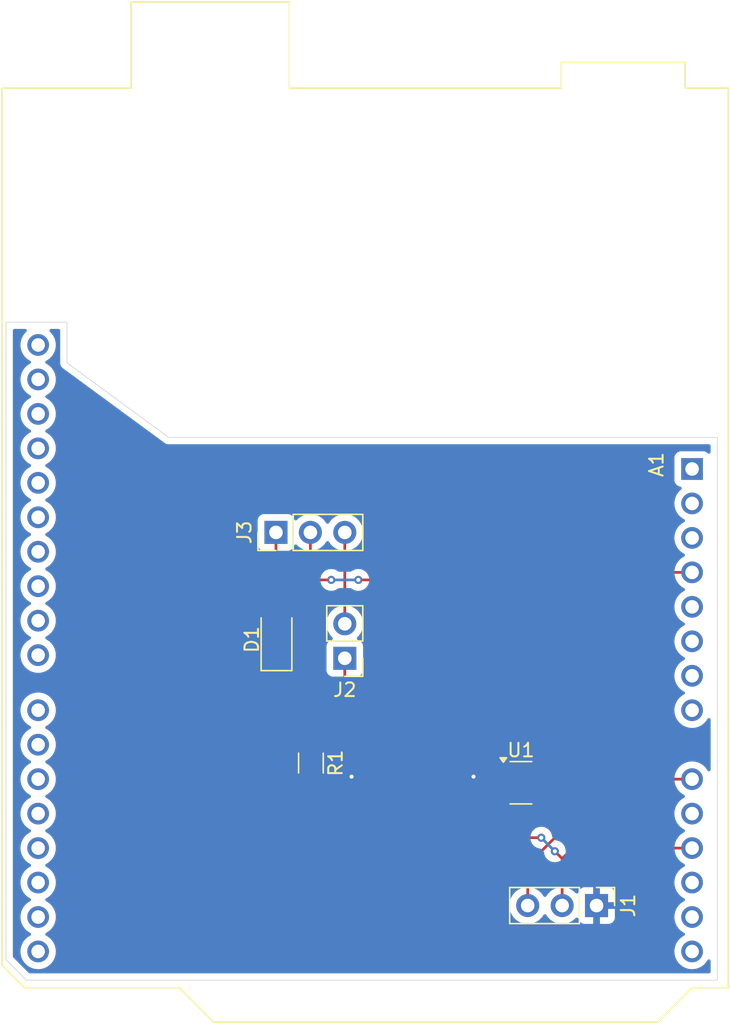
<source format=kicad_pcb>
(kicad_pcb (version 20240108) (generator "pcbnew") (generator_version "8.0")
  (layers (0 "F.Cu" signal) (31 "B.Cu" signal) (34 "B.Paste" user) (35 "F.Paste" user) (36 "B.SilkS" user "B.Silkscreen") (37 "F.SilkS" user "F.Silkscreen") (38 "B.Mask" user) (39 "F.Mask" user) (44 "Edge.Cuts" user))
  (net 0 "")
  (net 13 "GND")
  (net 19 "ADC")
  (net 21 "Net-(A1-3V3)")
  (net 30 "DAC_OUT")
  (net 31 "LED2_IN")
  (net 33 "LED_INPUT")
  (net 34 "DAC_BUF")
  (footprint "Diode_SMD:D_1206_3216Metric" (layer "F.Cu") (at 130.96 102.9 90)
    (property "Reference" "D1" (at 0 -1.82 90) (layer "F.SilkS"))
    (property "Value" "D")
    (fp_line (start 1.6 -1.135) (end -2.285 -1.135) (stroke (width 0.12)) (layer "F.SilkS"))
    (fp_line (start -2.285 -1.135) (end -2.285 1.135) (stroke (width 0.12)) (layer "F.SilkS"))
    (fp_line (start -2.285 1.135) (end 1.6 1.135) (stroke (width 0.12)) (layer "F.SilkS"))
    (pad "1" smd roundrect (at -1.4 0 90) (size 1.25 1.75) (layers "F.Cu" "F.Paste" "F.Mask") (roundrect_rratio 0.2) (net 19 "ADC"))
    (pad "2" smd roundrect (at 1.4 0 90) (size 1.25 1.75) (layers "F.Cu" "F.Paste" "F.Mask") (roundrect_rratio 0.2) (net 33 "LED_INPUT"))
  )
  (footprint "Connector_PinHeader_2.54mm:PinHeader_1x03_P2.54mm_Vertical" (layer "F.Cu") (at 130.92 95 90)
    (property "Reference" "J3" (at 0 -2.33 90) (layer "F.SilkS"))
    (property "Value" "Conn_01x03_Pin" (hide yes))
    (fp_line (start -1.33 -1.33) (end 0 -1.33) (stroke (width 0.12)) (layer "F.SilkS"))
    (fp_line (start -1.33 0) (end -1.33 -1.33) (stroke (width 0.12)) (layer "F.SilkS"))
    (fp_line (start 1.33 1.27) (end 1.33 6.41) (stroke (width 0.12)) (layer "F.SilkS"))
    (fp_line (start -1.33 1.27) (end 1.33 1.27) (stroke (width 0.12)) (layer "F.SilkS"))
    (fp_line (start -1.33 1.27) (end -1.33 6.41) (stroke (width 0.12)) (layer "F.SilkS"))
    (fp_line (start -1.33 6.41) (end 1.33 6.41) (stroke (width 0.12)) (layer "F.SilkS"))
    (pad "1" thru_hole rect (at 0 0 90) (size 1.7 1.7) (drill 1) (layers "*.Cu" "*.Mask") (net 33 "LED_INPUT"))
    (pad "2" thru_hole oval (at 0 2.54 90) (size 1.7 1.7) (drill 1) (layers "*.Cu" "*.Mask") (net 34 "DAC_BUF"))
    (pad "3" thru_hole oval (at 0 5.08 90) (size 1.7 1.7) (drill 1) (layers "*.Cu" "*.Mask") (net 31 "LED2_IN"))
  )
  (footprint "Connector_PinHeader_2.54mm:PinHeader_1x02_P2.54mm_Vertical" (layer "F.Cu") (at 136 104.275 180)
    (property "Reference" "J2" (at 0 -2.33 0) (layer "F.SilkS"))
    (property "Value" "Conn_01x02_Pin" (hide yes))
    (fp_line (start 1.33 1.27) (end 1.33 3.87) (stroke (width 0.12)) (layer "F.SilkS"))
    (fp_line (start -1.33 3.87) (end 1.33 3.87) (stroke (width 0.12)) (layer "F.SilkS"))
    (fp_line (start -1.33 1.27) (end 1.33 1.27) (stroke (width 0.12)) (layer "F.SilkS"))
    (fp_line (start -1.33 1.27) (end -1.33 3.87) (stroke (width 0.12)) (layer "F.SilkS"))
    (fp_line (start -1.33 0) (end -1.33 -1.33) (stroke (width 0.12)) (layer "F.SilkS"))
    (fp_line (start -1.33 -1.33) (end 0 -1.33) (stroke (width 0.12)) (layer "F.SilkS"))
    (pad "1" thru_hole rect (at 0 0 180) (size 1.7 1.7) (drill 1) (layers "*.Cu" "*.Mask") (net 19 "ADC"))
    (pad "2" thru_hole oval (at 0 2.54 180) (size 1.7 1.7) (drill 1) (layers "*.Cu" "*.Mask") (net 31 "LED2_IN"))
  )
  (footprint "Connector_PinHeader_2.54mm:PinHeader_1x03_P2.54mm_Vertical" (layer "F.Cu") (at 154.58 122.5 -90)
    (property "Reference" "J1" (at 0 -2.33 90) (layer "F.SilkS"))
    (property "Value" "Conn_01x03_Pin" (hide yes))
    (fp_line (start -1.33 6.41) (end 1.33 6.41) (stroke (width 0.12)) (layer "F.SilkS"))
    (fp_line (start -1.33 1.27) (end -1.33 6.41) (stroke (width 0.12)) (layer "F.SilkS"))
    (fp_line (start -1.33 1.27) (end 1.33 1.27) (stroke (width 0.12)) (layer "F.SilkS"))
    (fp_line (start 1.33 1.27) (end 1.33 6.41) (stroke (width 0.12)) (layer "F.SilkS"))
    (fp_line (start -1.33 0) (end -1.33 -1.33) (stroke (width 0.12)) (layer "F.SilkS"))
    (fp_line (start -1.33 -1.33) (end 0 -1.33) (stroke (width 0.12)) (layer "F.SilkS"))
    (pad "1" thru_hole rect (at 0 0 270) (size 1.7 1.7) (drill 1) (layers "*.Cu" "*.Mask") (net 13 "GND"))
    (pad "2" thru_hole oval (at 0 2.54 270) (size 1.7 1.7) (drill 1) (layers "*.Cu" "*.Mask") (net 30 "DAC_OUT"))
    (pad "3" thru_hole oval (at 0 5.08 270) (size 1.7 1.7) (drill 1) (layers "*.Cu" "*.Mask") (net 19 "ADC"))
  )
  (footprint "Resistor_SMD:R_1206_3216Metric" (layer "F.Cu") (at 133.5 112 -90)
    (property "Reference" "R1" (at 0 -1.82 90) (layer "F.SilkS"))
    (property "Value" "330")
    (fp_line (start -0.727064 0.91) (end 0.727064 0.91) (stroke (width 0.12)) (layer "F.SilkS"))
    (fp_line (start -0.727064 -0.91) (end 0.727064 -0.91) (stroke (width 0.12)) (layer "F.SilkS"))
    (pad "1" smd roundrect (at -1.4625 0 270) (size 1.125 1.75) (layers "F.Cu" "F.Paste" "F.Mask") (roundrect_rratio 0.222222) (net 19 "ADC"))
    (pad "2" smd roundrect (at 1.4625 0 270) (size 1.125 1.75) (layers "F.Cu" "F.Paste" "F.Mask") (roundrect_rratio 0.222222) (net 13 "GND"))
  )
  (footprint "Package_TO_SOT_SMD:SOT-23-5" (layer "F.Cu") (at 149 113.45)
    (property "Reference" "U1" (at 0 -2.4 0) (layer "F.SilkS"))
    (property "Value" "LMH6609MF")
    (fp_line (start 0 -1.56) (end -0.8 -1.56) (stroke (width 0.12)) (layer "F.SilkS"))
    (fp_line (start 0 -1.56) (end 0.8 -1.56) (stroke (width 0.12)) (layer "F.SilkS"))
    (fp_line (start 0 1.56) (end -0.8 1.56) (stroke (width 0.12)) (layer "F.SilkS"))
    (fp_line (start 0 1.56) (end 0.8 1.56) (stroke (width 0.12)) (layer "F.SilkS"))
    (fp_poly (pts (xy -1.3 -1.51) (xy -1.54 -1.84) (xy -1.06 -1.84) (xy -1.3 -1.51)) (stroke (width 0.12)) (fill solid) (layer "F.SilkS"))
    (pad "1" smd roundrect (at -1.1375 -0.95) (size 1.325 0.6) (layers "F.Cu" "F.Paste" "F.Mask") (net 34 "DAC_BUF"))
    (pad "2" smd roundrect (at -1.1375 0) (size 1.325 0.6) (layers "F.Cu" "F.Paste" "F.Mask") (net 13 "GND"))
    (pad "3" smd roundrect (at -1.1375 0.95) (size 1.325 0.6) (layers "F.Cu" "F.Paste" "F.Mask") (net 30 "DAC_OUT"))
    (pad "4" smd roundrect (at 1.1375 0.95) (size 1.325 0.6) (layers "F.Cu" "F.Paste" "F.Mask") (net 34 "DAC_BUF"))
    (pad "5" smd roundrect (at 1.1375 -0.95) (size 1.325 0.6) (layers "F.Cu" "F.Paste" "F.Mask") (net 21 "Net-(A1-3V3)"))
  )
  (footprint "Module:Arduino_UNO_R3" (layer "F.Cu") (at 161.63 90.325 -90)
    (property "Reference" "A1" (at -0.325 2.63 90) (layer "F.SilkS"))
    (property "Value" "Arduino_Leonardo")
    (fp_line (start -28.07 50.93) (end 36.58 50.93) (stroke (width 0.12)) (layer "F.SilkS"))
    (fp_line (start 36.58 50.93) (end 38.23 49.28) (stroke (width 0.12)) (layer "F.SilkS"))
    (fp_line (start 38.23 49.28) (end 38.23 37.85) (stroke (width 0.12)) (layer "F.SilkS"))
    (fp_line (start -34.42 41.4) (end -28.07 41.4) (stroke (width 0.12)) (layer "F.SilkS"))
    (fp_line (start -28.07 41.4) (end -28.07 50.93) (stroke (width 0.12)) (layer "F.SilkS"))
    (fp_line (start 38.23 37.85) (end 40.77 35.31) (stroke (width 0.12)) (layer "F.SilkS"))
    (fp_line (start 40.77 35.31) (end 40.77 2.54) (stroke (width 0.12)) (layer "F.SilkS"))
    (fp_line (start -34.42 29.72) (end -34.42 41.4) (stroke (width 0.12)) (layer "F.SilkS"))
    (fp_line (start -28.07 29.72) (end -34.42 29.72) (stroke (width 0.12)) (layer "F.SilkS"))
    (fp_line (start -29.97 9.65) (end -28.07 9.65) (stroke (width 0.12)) (layer "F.SilkS"))
    (fp_line (start -28.07 9.65) (end -28.07 29.72) (stroke (width 0.12)) (layer "F.SilkS"))
    (fp_line (start 40.77 2.54) (end 38.23 0) (stroke (width 0.12)) (layer "F.SilkS"))
    (fp_line (start -29.97 0.51) (end -29.97 9.65) (stroke (width 0.12)) (layer "F.SilkS"))
    (fp_line (start -28.07 0.51) (end -29.97 0.51) (stroke (width 0.12)) (layer "F.SilkS"))
    (fp_line (start 38.23 0) (end 38.23 -2.67) (stroke (width 0.12)) (layer "F.SilkS"))
    (fp_line (start -28.07 -2.67) (end -28.07 0.51) (stroke (width 0.12)) (layer "F.SilkS"))
    (fp_line (start 38.23 -2.67) (end -28.07 -2.67) (stroke (width 0.12)) (layer "F.SilkS"))
    (pad "1" thru_hole rect (at 0 0) (size 1.6 1.6) (drill 1) (layers "*.Cu" "*.Mask"))
    (pad "2" thru_hole oval (at 2.54 0) (size 1.6 1.6) (drill 1) (layers "*.Cu" "*.Mask"))
    (pad "3" thru_hole oval (at 5.08 0) (size 1.6 1.6) (drill 1) (layers "*.Cu" "*.Mask"))
    (pad "4" thru_hole oval (at 7.62 0) (size 1.6 1.6) (drill 1) (layers "*.Cu" "*.Mask") (net 21 "Net-(A1-3V3)"))
    (pad "5" thru_hole oval (at 10.16 0) (size 1.6 1.6) (drill 1) (layers "*.Cu" "*.Mask"))
    (pad "6" thru_hole oval (at 12.7 0) (size 1.6 1.6) (drill 1) (layers "*.Cu" "*.Mask"))
    (pad "7" thru_hole oval (at 15.24 0) (size 1.6 1.6) (drill 1) (layers "*.Cu" "*.Mask"))
    (pad "8" thru_hole oval (at 17.78 0) (size 1.6 1.6) (drill 1) (layers "*.Cu" "*.Mask"))
    (pad "9" thru_hole oval (at 22.86 0) (size 1.6 1.6) (drill 1) (layers "*.Cu" "*.Mask") (net 19 "ADC"))
    (pad "10" thru_hole oval (at 25.4 0) (size 1.6 1.6) (drill 1) (layers "*.Cu" "*.Mask"))
    (pad "11" thru_hole oval (at 27.94 0) (size 1.6 1.6) (drill 1) (layers "*.Cu" "*.Mask") (net 30 "DAC_OUT"))
    (pad "12" thru_hole oval (at 30.48 0) (size 1.6 1.6) (drill 1) (layers "*.Cu" "*.Mask"))
    (pad "13" thru_hole oval (at 33.02 0) (size 1.6 1.6) (drill 1) (layers "*.Cu" "*.Mask"))
    (pad "14" thru_hole oval (at 35.56 0) (size 1.6 1.6) (drill 1) (layers "*.Cu" "*.Mask"))
    (pad "15" thru_hole oval (at 35.56 48.26) (size 1.6 1.6) (drill 1) (layers "*.Cu" "*.Mask"))
    (pad "16" thru_hole oval (at 33.02 48.26) (size 1.6 1.6) (drill 1) (layers "*.Cu" "*.Mask"))
    (pad "17" thru_hole oval (at 30.48 48.26) (size 1.6 1.6) (drill 1) (layers "*.Cu" "*.Mask"))
    (pad "18" thru_hole oval (at 27.94 48.26) (size 1.6 1.6) (drill 1) (layers "*.Cu" "*.Mask"))
    (pad "19" thru_hole oval (at 25.4 48.26) (size 1.6 1.6) (drill 1) (layers "*.Cu" "*.Mask"))
    (pad "20" thru_hole oval (at 22.86 48.26) (size 1.6 1.6) (drill 1) (layers "*.Cu" "*.Mask"))
    (pad "21" thru_hole oval (at 20.32 48.26) (size 1.6 1.6) (drill 1) (layers "*.Cu" "*.Mask"))
    (pad "22" thru_hole oval (at 17.78 48.26) (size 1.6 1.6) (drill 1) (layers "*.Cu" "*.Mask"))
    (pad "23" thru_hole oval (at 13.72 48.26) (size 1.6 1.6) (drill 1) (layers "*.Cu" "*.Mask"))
    (pad "24" thru_hole oval (at 11.18 48.26) (size 1.6 1.6) (drill 1) (layers "*.Cu" "*.Mask"))
    (pad "25" thru_hole oval (at 8.64 48.26) (size 1.6 1.6) (drill 1) (layers "*.Cu" "*.Mask"))
    (pad "26" thru_hole oval (at 6.1 48.26) (size 1.6 1.6) (drill 1) (layers "*.Cu" "*.Mask"))
    (pad "27" thru_hole oval (at 3.56 48.26) (size 1.6 1.6) (drill 1) (layers "*.Cu" "*.Mask"))
    (pad "28" thru_hole oval (at 1.02 48.26) (size 1.6 1.6) (drill 1) (layers "*.Cu" "*.Mask"))
    (pad "29" thru_hole oval (at -1.52 48.26) (size 1.6 1.6) (drill 1) (layers "*.Cu" "*.Mask"))
    (pad "30" thru_hole oval (at -4.06 48.26) (size 1.6 1.6) (drill 1) (layers "*.Cu" "*.Mask"))
    (pad "31" thru_hole oval (at -6.6 48.26) (size 1.6 1.6) (drill 1) (layers "*.Cu" "*.Mask"))
    (pad "32" thru_hole oval (at -9.14 48.26) (size 1.6 1.6) (drill 1) (layers "*.Cu" "*.Mask"))
  )
  (gr_poly (pts (xy 111 126.5) (xy 112.5 128) (xy 163.5 128) (xy 163.5 88) (xy 123 88) (xy 115.5 82.5) (xy 115.5 79.5) (xy 111 79.5)) (stroke (width 0.05)) (fill none) (layer "Edge.Cuts"))
  (segment (start 136.0375 113.4625) (end 136.5 113) (width 0.2) (layer "F.Cu") (net 13))
  (segment (start 145.95 113.45) (end 147.8625 113.45) (width 0.2) (layer "F.Cu") (net 13))
  (segment (start 133.5 113.4625) (end 136.0375 113.4625) (width 0.2) (layer "F.Cu") (net 13))
  (segment (start 147.85 113.4625) (end 147.8625 113.45) (width 0.2) (layer "F.Cu") (net 13))
  (segment (start 145.5 113) (end 145.95 113.45) (width 0.2) (layer "F.Cu") (net 13))
  (via (at 136.5 113) (size 0.6) (drill 0.3) (layers "F.Cu" "B.Cu") (net 13))
  (via (at 145.5 113) (size 0.6) (drill 0.3) (layers "F.Cu" "B.Cu") (net 13))
  (segment (start 133.5 110.5375) (end 140.5375 110.5375) (width 0.2) (layer "F.Cu") (net 19))
  (segment (start 149.5 119.5) (end 149.5 122.5) (width 0.2) (layer "F.Cu") (net 19))
  (segment (start 133.5 108.5) (end 133.5 110.4975) (width 0.2) (layer "F.Cu") (net 19))
  (segment (start 152 117) (end 156.5 117) (width 0.2) (layer "F.Cu") (net 19))
  (segment (start 149.5 119.5) (end 152 117) (width 0.2) (layer "F.Cu") (net 19))
  (segment (start 133.5 108.5) (end 136 106) (width 0.2) (layer "F.Cu") (net 19))
  (segment (start 160.315 113.185) (end 161.63 113.185) (width 0.2) (layer "F.Cu") (net 19))
  (segment (start 130.96 105.96) (end 133.5 108.5) (width 0.2) (layer "F.Cu") (net 19))
  (segment (start 136 106) (end 136 104.275) (width 0.2) (layer "F.Cu") (net 19))
  (segment (start 160.315 113.185) (end 156.5 117) (width 0.2) (layer "F.Cu") (net 19))
  (segment (start 130.96 104.3) (end 130.96 105.96) (width 0.2) (layer "F.Cu") (net 19))
  (segment (start 140.5375 110.5375) (end 149.5 119.5) (width 0.2) (layer "F.Cu") (net 19))
  (segment (start 133.5 110.4975) (end 133.46 110.5375) (width 0.2) (layer "F.Cu") (net 19))
  (segment (start 150.1375 107.3625) (end 159.555 97.945) (width 0.2) (layer "F.Cu") (net 21))
  (segment (start 150.1375 112.5) (end 150.1375 107.3625) (width 0.2) (layer "F.Cu") (net 21))
  (segment (start 159.555 97.945) (end 161.63 97.945) (width 0.2) (layer "F.Cu") (net 21))
  (segment (start 150.5 117.5) (end 149.5 117.5) (width 0.2) (layer "F.Cu") (net 30))
  (segment (start 151.5 118.5) (end 152 119) (width 0.2) (layer "F.Cu") (net 30))
  (segment (start 149.5 117.5) (end 147.8625 115.8625) (width 0.2) (layer "F.Cu") (net 30))
  (segment (start 152.04 122.5) (end 152.04 119.04) (width 0.2) (layer "F.Cu") (net 30))
  (segment (start 152.815 118.265) (end 161.63 118.265) (width 0.2) (layer "F.Cu") (net 30))
  (segment (start 152.04 119.04) (end 152 119) (width 0.2) (layer "F.Cu") (net 30))
  (segment (start 152.04 119.04) (end 152.815 118.265) (width 0.2) (layer "F.Cu") (net 30))
  (segment (start 147.8625 115.8625) (end 147.8625 114.4) (width 0.2) (layer "F.Cu") (net 30))
  (via (at 151.5 118.5) (size 0.6) (drill 0.3) (layers "F.Cu" "B.Cu") (net 30))
  (via (at 150.5 117.5) (size 0.6) (drill 0.3) (layers "F.Cu" "B.Cu") (net 30))
  (segment (start 150.5 117.5) (end 151.5 118.5) (width 0.2) (layer "B.Cu") (net 30))
  (segment (start 136 95) (end 136 101.735) (width 0.2) (layer "F.Cu") (net 31))
  (segment (start 130.92 101.46) (end 130.96 101.5) (width 0.2) (layer "F.Cu") (net 33))
  (segment (start 130.92 95) (end 130.92 101.46) (width 0.2) (layer "F.Cu") (net 33))
  (segment (start 130.955 101.505) (end 130.96 101.5) (width 0.2) (layer "F.Cu") (net 33))
  (segment (start 146 112.5) (end 145 111.5) (width 0.2) (layer "F.Cu") (net 34))
  (segment (start 145 111.5) (end 140.5 107) (width 0.2) (layer "F.Cu") (net 34))
  (segment (start 140.5 107) (end 140.5 101) (width 0.2) (layer "F.Cu") (net 34))
  (segment (start 134 98.5) (end 133.46 97.96) (width 0.2) (layer "F.Cu") (net 34))
  (segment (start 140.5 101) (end 138 98.5) (width 0.2) (layer "F.Cu") (net 34))
  (segment (start 150.1375 114.4) (end 149.4 114.4) (width 0.2) (layer "F.Cu") (net 34))
  (segment (start 134 98.5) (end 135 98.5) (width 0.2) (layer "F.Cu") (net 34))
  (segment (start 133.46 97.96) (end 133.46 95) (width 0.2) (layer "F.Cu") (net 34))
  (segment (start 148.5 112.5) (end 147.8625 112.5) (width 0.2) (layer "F.Cu") (net 34))
  (segment (start 149.4 114.4) (end 149 114) (width 0.2) (layer "F.Cu") (net 34))
  (segment (start 149 114) (end 149 113) (width 0.2) (layer "F.Cu") (net 34))
  (segment (start 147.8625 112.5) (end 146 112.5) (width 0.2) (layer "F.Cu") (net 34))
  (segment (start 149 113) (end 148.5 112.5) (width 0.2) (layer "F.Cu") (net 34))
  (segment (start 138 98.5) (end 137 98.5) (width 0.2) (layer "F.Cu") (net 34))
  (via (at 137 98.5) (size 0.6) (drill 0.3) (layers "F.Cu" "B.Cu") (net 34))
  (via (at 135 98.5) (size 0.6) (drill 0.3) (layers "F.Cu" "B.Cu") (net 34))
  (segment (start 135 98.5) (end 137 98.5) (width 0.2) (layer "B.Cu") (net 34))
  (zone (net 13) (net_name "GND") (layer "B.Cu") (connect_pads (clearance 0.5)) (min_thickness 0.25) (fill yes (thermal_gap 0.5) (thermal_bridge_width 0.5))
    (polygon (pts (xy 115 80) (xy 115 82.5) (xy 123 88.5) (xy 163 88.5) (xy 163 127.5) (xy 112.5 127.5) (xy 111.5 126.5) (xy 111.5 80)))
  )
)
</source>
